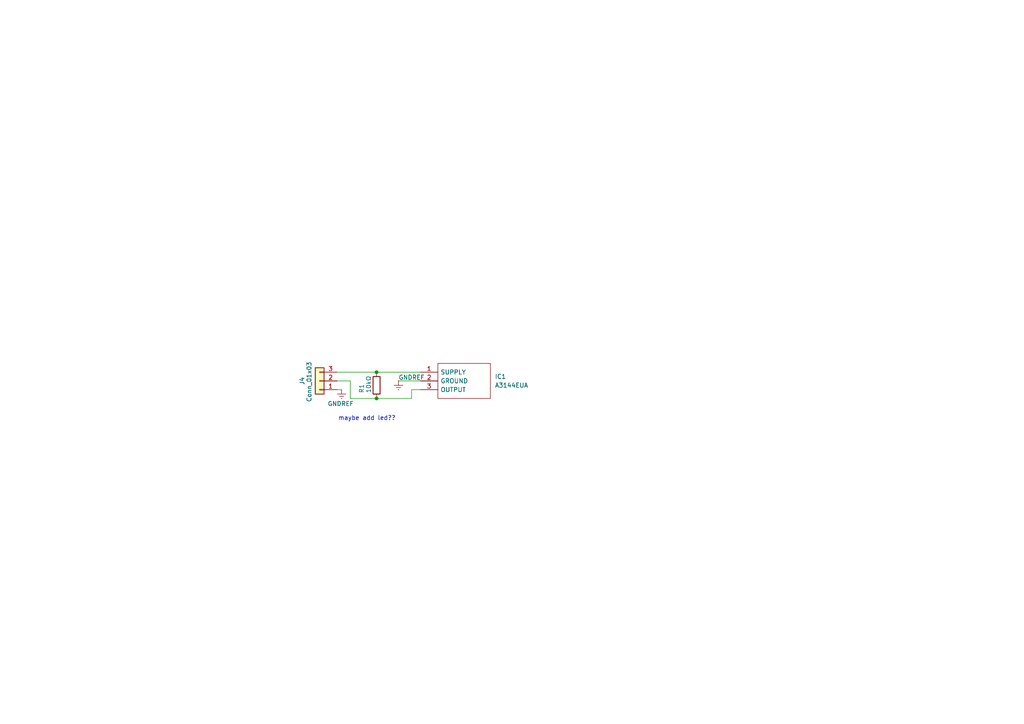
<source format=kicad_sch>
(kicad_sch
	(version 20231120)
	(generator "eeschema")
	(generator_version "8.0")
	(uuid "e30a3db0-7494-49be-89f9-13fc75c95ca4")
	(paper "A4")
	(lib_symbols
		(symbol "A3144EUA:A3144EUA"
			(pin_names
				(offset 0.762)
			)
			(exclude_from_sim no)
			(in_bom yes)
			(on_board yes)
			(property "Reference" "IC"
				(at 21.59 7.62 0)
				(effects
					(font
						(size 1.27 1.27)
					)
					(justify left)
				)
			)
			(property "Value" "A3144EUA"
				(at 21.59 5.08 0)
				(effects
					(font
						(size 1.27 1.27)
					)
					(justify left)
				)
			)
			(property "Footprint" "A3144EUA"
				(at 21.59 2.54 0)
				(effects
					(font
						(size 1.27 1.27)
					)
					(justify left)
					(hide yes)
				)
			)
			(property "Datasheet" "https://pdf1.alldatasheet.com/datasheet-pdf/download/90853/ALLEGRO/A3144EUA.html"
				(at 21.59 0 0)
				(effects
					(font
						(size 1.27 1.27)
					)
					(justify left)
					(hide yes)
				)
			)
			(property "Description" "SENSITIVE HALL-EFFECT SWITCHES FOR HIGH-TEMPERATURE OPERATION"
				(at 21.59 -2.54 0)
				(effects
					(font
						(size 1.27 1.27)
					)
					(justify left)
					(hide yes)
				)
			)
			(property "Height" "5.26"
				(at 21.59 -5.08 0)
				(effects
					(font
						(size 1.27 1.27)
					)
					(justify left)
					(hide yes)
				)
			)
			(property "Manufacturer_Name" "Allegro Microsystems"
				(at 21.59 -7.62 0)
				(effects
					(font
						(size 1.27 1.27)
					)
					(justify left)
					(hide yes)
				)
			)
			(property "Manufacturer_Part_Number" "A3144EUA"
				(at 21.59 -10.16 0)
				(effects
					(font
						(size 1.27 1.27)
					)
					(justify left)
					(hide yes)
				)
			)
			(property "Mouser Part Number" ""
				(at 21.59 -12.7 0)
				(effects
					(font
						(size 1.27 1.27)
					)
					(justify left)
					(hide yes)
				)
			)
			(property "Mouser Price/Stock" ""
				(at 21.59 -15.24 0)
				(effects
					(font
						(size 1.27 1.27)
					)
					(justify left)
					(hide yes)
				)
			)
			(property "Arrow Part Number" ""
				(at 21.59 -17.78 0)
				(effects
					(font
						(size 1.27 1.27)
					)
					(justify left)
					(hide yes)
				)
			)
			(property "Arrow Price/Stock" ""
				(at 21.59 -20.32 0)
				(effects
					(font
						(size 1.27 1.27)
					)
					(justify left)
					(hide yes)
				)
			)
			(symbol "A3144EUA_0_0"
				(pin passive line
					(at 0 0 0)
					(length 5.08)
					(name "SUPPLY"
						(effects
							(font
								(size 1.27 1.27)
							)
						)
					)
					(number "1"
						(effects
							(font
								(size 1.27 1.27)
							)
						)
					)
				)
				(pin passive line
					(at 0 -2.54 0)
					(length 5.08)
					(name "GROUND"
						(effects
							(font
								(size 1.27 1.27)
							)
						)
					)
					(number "2"
						(effects
							(font
								(size 1.27 1.27)
							)
						)
					)
				)
				(pin passive line
					(at 0 -5.08 0)
					(length 5.08)
					(name "OUTPUT"
						(effects
							(font
								(size 1.27 1.27)
							)
						)
					)
					(number "3"
						(effects
							(font
								(size 1.27 1.27)
							)
						)
					)
				)
			)
			(symbol "A3144EUA_0_1"
				(polyline
					(pts
						(xy 5.08 2.54) (xy 20.32 2.54) (xy 20.32 -7.62) (xy 5.08 -7.62) (xy 5.08 2.54)
					)
					(stroke
						(width 0.1524)
						(type solid)
					)
					(fill
						(type none)
					)
				)
			)
		)
		(symbol "Connector_Generic:Conn_01x03"
			(pin_names
				(offset 1.016) hide)
			(exclude_from_sim no)
			(in_bom yes)
			(on_board yes)
			(property "Reference" "J"
				(at 0 5.08 0)
				(effects
					(font
						(size 1.27 1.27)
					)
				)
			)
			(property "Value" "Conn_01x03"
				(at 0 -5.08 0)
				(effects
					(font
						(size 1.27 1.27)
					)
				)
			)
			(property "Footprint" ""
				(at 0 0 0)
				(effects
					(font
						(size 1.27 1.27)
					)
					(hide yes)
				)
			)
			(property "Datasheet" "~"
				(at 0 0 0)
				(effects
					(font
						(size 1.27 1.27)
					)
					(hide yes)
				)
			)
			(property "Description" "Generic connector, single row, 01x03, script generated (kicad-library-utils/schlib/autogen/connector/)"
				(at 0 0 0)
				(effects
					(font
						(size 1.27 1.27)
					)
					(hide yes)
				)
			)
			(property "ki_keywords" "connector"
				(at 0 0 0)
				(effects
					(font
						(size 1.27 1.27)
					)
					(hide yes)
				)
			)
			(property "ki_fp_filters" "Connector*:*_1x??_*"
				(at 0 0 0)
				(effects
					(font
						(size 1.27 1.27)
					)
					(hide yes)
				)
			)
			(symbol "Conn_01x03_1_1"
				(rectangle
					(start -1.27 -2.413)
					(end 0 -2.667)
					(stroke
						(width 0.1524)
						(type default)
					)
					(fill
						(type none)
					)
				)
				(rectangle
					(start -1.27 0.127)
					(end 0 -0.127)
					(stroke
						(width 0.1524)
						(type default)
					)
					(fill
						(type none)
					)
				)
				(rectangle
					(start -1.27 2.667)
					(end 0 2.413)
					(stroke
						(width 0.1524)
						(type default)
					)
					(fill
						(type none)
					)
				)
				(rectangle
					(start -1.27 3.81)
					(end 1.27 -3.81)
					(stroke
						(width 0.254)
						(type default)
					)
					(fill
						(type background)
					)
				)
				(pin passive line
					(at -5.08 2.54 0)
					(length 3.81)
					(name "Pin_1"
						(effects
							(font
								(size 1.27 1.27)
							)
						)
					)
					(number "1"
						(effects
							(font
								(size 1.27 1.27)
							)
						)
					)
				)
				(pin passive line
					(at -5.08 0 0)
					(length 3.81)
					(name "Pin_2"
						(effects
							(font
								(size 1.27 1.27)
							)
						)
					)
					(number "2"
						(effects
							(font
								(size 1.27 1.27)
							)
						)
					)
				)
				(pin passive line
					(at -5.08 -2.54 0)
					(length 3.81)
					(name "Pin_3"
						(effects
							(font
								(size 1.27 1.27)
							)
						)
					)
					(number "3"
						(effects
							(font
								(size 1.27 1.27)
							)
						)
					)
				)
			)
		)
		(symbol "Device:R"
			(pin_numbers hide)
			(pin_names
				(offset 0)
			)
			(exclude_from_sim no)
			(in_bom yes)
			(on_board yes)
			(property "Reference" "R"
				(at 2.032 0 90)
				(effects
					(font
						(size 1.27 1.27)
					)
				)
			)
			(property "Value" "R"
				(at 0 0 90)
				(effects
					(font
						(size 1.27 1.27)
					)
				)
			)
			(property "Footprint" ""
				(at -1.778 0 90)
				(effects
					(font
						(size 1.27 1.27)
					)
					(hide yes)
				)
			)
			(property "Datasheet" "~"
				(at 0 0 0)
				(effects
					(font
						(size 1.27 1.27)
					)
					(hide yes)
				)
			)
			(property "Description" "Resistor"
				(at 0 0 0)
				(effects
					(font
						(size 1.27 1.27)
					)
					(hide yes)
				)
			)
			(property "ki_keywords" "R res resistor"
				(at 0 0 0)
				(effects
					(font
						(size 1.27 1.27)
					)
					(hide yes)
				)
			)
			(property "ki_fp_filters" "R_*"
				(at 0 0 0)
				(effects
					(font
						(size 1.27 1.27)
					)
					(hide yes)
				)
			)
			(symbol "R_0_1"
				(rectangle
					(start -1.016 -2.54)
					(end 1.016 2.54)
					(stroke
						(width 0.254)
						(type default)
					)
					(fill
						(type none)
					)
				)
			)
			(symbol "R_1_1"
				(pin passive line
					(at 0 3.81 270)
					(length 1.27)
					(name "~"
						(effects
							(font
								(size 1.27 1.27)
							)
						)
					)
					(number "1"
						(effects
							(font
								(size 1.27 1.27)
							)
						)
					)
				)
				(pin passive line
					(at 0 -3.81 90)
					(length 1.27)
					(name "~"
						(effects
							(font
								(size 1.27 1.27)
							)
						)
					)
					(number "2"
						(effects
							(font
								(size 1.27 1.27)
							)
						)
					)
				)
			)
		)
		(symbol "power:GNDREF"
			(power)
			(pin_numbers hide)
			(pin_names
				(offset 0) hide)
			(exclude_from_sim no)
			(in_bom yes)
			(on_board yes)
			(property "Reference" "#PWR"
				(at 0 -6.35 0)
				(effects
					(font
						(size 1.27 1.27)
					)
					(hide yes)
				)
			)
			(property "Value" "GNDREF"
				(at 0 -3.81 0)
				(effects
					(font
						(size 1.27 1.27)
					)
				)
			)
			(property "Footprint" ""
				(at 0 0 0)
				(effects
					(font
						(size 1.27 1.27)
					)
					(hide yes)
				)
			)
			(property "Datasheet" ""
				(at 0 0 0)
				(effects
					(font
						(size 1.27 1.27)
					)
					(hide yes)
				)
			)
			(property "Description" "Power symbol creates a global label with name \"GNDREF\" , reference supply ground"
				(at 0 0 0)
				(effects
					(font
						(size 1.27 1.27)
					)
					(hide yes)
				)
			)
			(property "ki_keywords" "global power"
				(at 0 0 0)
				(effects
					(font
						(size 1.27 1.27)
					)
					(hide yes)
				)
			)
			(symbol "GNDREF_0_1"
				(polyline
					(pts
						(xy -0.635 -1.905) (xy 0.635 -1.905)
					)
					(stroke
						(width 0)
						(type default)
					)
					(fill
						(type none)
					)
				)
				(polyline
					(pts
						(xy -0.127 -2.54) (xy 0.127 -2.54)
					)
					(stroke
						(width 0)
						(type default)
					)
					(fill
						(type none)
					)
				)
				(polyline
					(pts
						(xy 0 -1.27) (xy 0 0)
					)
					(stroke
						(width 0)
						(type default)
					)
					(fill
						(type none)
					)
				)
				(polyline
					(pts
						(xy 1.27 -1.27) (xy -1.27 -1.27)
					)
					(stroke
						(width 0)
						(type default)
					)
					(fill
						(type none)
					)
				)
			)
			(symbol "GNDREF_1_1"
				(pin power_in line
					(at 0 0 270)
					(length 0)
					(name "~"
						(effects
							(font
								(size 1.27 1.27)
							)
						)
					)
					(number "1"
						(effects
							(font
								(size 1.27 1.27)
							)
						)
					)
				)
			)
		)
	)
	(junction
		(at 109.22 107.95)
		(diameter 0)
		(color 0 0 0 0)
		(uuid "367c786b-6a7f-4f57-aa46-8764ee6ddc2a")
	)
	(junction
		(at 109.22 115.57)
		(diameter 0)
		(color 0 0 0 0)
		(uuid "93a9e948-fcaa-4c40-a914-050c9c9d75b4")
	)
	(wire
		(pts
			(xy 101.6 115.57) (xy 109.22 115.57)
		)
		(stroke
			(width 0)
			(type default)
		)
		(uuid "2572e8f8-08bd-4027-a3fd-3391e0386cfa")
	)
	(wire
		(pts
			(xy 97.79 110.49) (xy 101.6 110.49)
		)
		(stroke
			(width 0)
			(type default)
		)
		(uuid "452f9464-1624-4d0f-83f8-1eeae8f010aa")
	)
	(wire
		(pts
			(xy 119.38 113.03) (xy 121.92 113.03)
		)
		(stroke
			(width 0)
			(type default)
		)
		(uuid "4ede484e-1c58-461f-8e93-9066647993c2")
	)
	(wire
		(pts
			(xy 99.06 113.03) (xy 97.79 113.03)
		)
		(stroke
			(width 0)
			(type default)
		)
		(uuid "573c3b44-36e6-4447-88c2-675f350a95a7")
	)
	(wire
		(pts
			(xy 109.22 107.95) (xy 121.92 107.95)
		)
		(stroke
			(width 0)
			(type default)
		)
		(uuid "822b6dfd-e497-4c8c-bbe4-f9a4832aa3d2")
	)
	(wire
		(pts
			(xy 119.38 113.03) (xy 119.38 115.57)
		)
		(stroke
			(width 0)
			(type default)
		)
		(uuid "880a5f4a-e2c1-44d0-b94f-259295bbc36f")
	)
	(wire
		(pts
			(xy 97.79 107.95) (xy 109.22 107.95)
		)
		(stroke
			(width 0)
			(type default)
		)
		(uuid "abc6bc52-90a0-4f7a-8211-6d95a54836b0")
	)
	(wire
		(pts
			(xy 115.57 110.49) (xy 121.92 110.49)
		)
		(stroke
			(width 0)
			(type default)
		)
		(uuid "b3ed092b-eb93-42c3-98a7-0ac1e492e1db")
	)
	(wire
		(pts
			(xy 119.38 115.57) (xy 109.22 115.57)
		)
		(stroke
			(width 0)
			(type default)
		)
		(uuid "c93e9950-4c8e-4150-9a6b-013ac617b397")
	)
	(wire
		(pts
			(xy 101.6 110.49) (xy 101.6 115.57)
		)
		(stroke
			(width 0)
			(type default)
		)
		(uuid "ca6b6b19-2870-491e-b67c-e363f29187cd")
	)
	(text "maybe add led??\n"
		(exclude_from_sim no)
		(at 106.426 121.412 0)
		(effects
			(font
				(size 1.27 1.27)
			)
		)
		(uuid "e90b2c1d-1716-4fa5-ab32-8a75e94e3d9f")
	)
	(symbol
		(lib_id "power:GNDREF")
		(at 115.57 110.49 0)
		(unit 1)
		(exclude_from_sim no)
		(in_bom yes)
		(on_board yes)
		(dnp no)
		(uuid "040ae8a6-5c55-48ba-a8f0-31ed06695d43")
		(property "Reference" "#PWR016"
			(at 115.57 116.84 0)
			(effects
				(font
					(size 1.27 1.27)
				)
				(hide yes)
			)
		)
		(property "Value" "GNDREF"
			(at 119.38 109.474 0)
			(effects
				(font
					(size 1.27 1.27)
				)
			)
		)
		(property "Footprint" ""
			(at 115.57 110.49 0)
			(effects
				(font
					(size 1.27 1.27)
				)
				(hide yes)
			)
		)
		(property "Datasheet" ""
			(at 115.57 110.49 0)
			(effects
				(font
					(size 1.27 1.27)
				)
				(hide yes)
			)
		)
		(property "Description" "Power symbol creates a global label with name \"GNDREF\" , reference supply ground"
			(at 115.57 110.49 0)
			(effects
				(font
					(size 1.27 1.27)
				)
				(hide yes)
			)
		)
		(pin "1"
			(uuid "61309312-e54f-42b9-8c0e-518b66fdfada")
		)
		(instances
			(project "Hall_Effect.V1"
				(path "/e30a3db0-7494-49be-89f9-13fc75c95ca4"
					(reference "#PWR016")
					(unit 1)
				)
			)
		)
	)
	(symbol
		(lib_id "power:GNDREF")
		(at 99.06 113.03 0)
		(unit 1)
		(exclude_from_sim no)
		(in_bom yes)
		(on_board yes)
		(dnp no)
		(uuid "a63a631a-218e-4a0b-b15b-f5c38cae2e20")
		(property "Reference" "#PWR010"
			(at 99.06 119.38 0)
			(effects
				(font
					(size 1.27 1.27)
				)
				(hide yes)
			)
		)
		(property "Value" "GNDREF"
			(at 98.806 117.094 0)
			(effects
				(font
					(size 1.27 1.27)
				)
			)
		)
		(property "Footprint" ""
			(at 99.06 113.03 0)
			(effects
				(font
					(size 1.27 1.27)
				)
				(hide yes)
			)
		)
		(property "Datasheet" ""
			(at 99.06 113.03 0)
			(effects
				(font
					(size 1.27 1.27)
				)
				(hide yes)
			)
		)
		(property "Description" "Power symbol creates a global label with name \"GNDREF\" , reference supply ground"
			(at 99.06 113.03 0)
			(effects
				(font
					(size 1.27 1.27)
				)
				(hide yes)
			)
		)
		(pin "1"
			(uuid "124670c0-2869-4c3b-9545-b22936cf88f9")
		)
		(instances
			(project "Hall_Effect.V1"
				(path "/e30a3db0-7494-49be-89f9-13fc75c95ca4"
					(reference "#PWR010")
					(unit 1)
				)
			)
		)
	)
	(symbol
		(lib_id "Connector_Generic:Conn_01x03")
		(at 92.71 110.49 180)
		(unit 1)
		(exclude_from_sim no)
		(in_bom yes)
		(on_board yes)
		(dnp no)
		(uuid "c2c9e085-e612-4c67-9252-3e76a1508dff")
		(property "Reference" "J4"
			(at 87.63 110.49 90)
			(effects
				(font
					(size 1.27 1.27)
				)
			)
		)
		(property "Value" "Conn_01x03"
			(at 89.662 110.744 90)
			(effects
				(font
					(size 1.27 1.27)
				)
			)
		)
		(property "Footprint" "Connector_JST:JST_XH_B3B-XH-A_1x03_P2.50mm_Vertical"
			(at 92.71 110.49 0)
			(effects
				(font
					(size 1.27 1.27)
				)
				(hide yes)
			)
		)
		(property "Datasheet" "~"
			(at 92.71 110.49 0)
			(effects
				(font
					(size 1.27 1.27)
				)
				(hide yes)
			)
		)
		(property "Description" "Generic connector, single row, 01x03, script generated (kicad-library-utils/schlib/autogen/connector/)"
			(at 92.71 110.49 0)
			(effects
				(font
					(size 1.27 1.27)
				)
				(hide yes)
			)
		)
		(pin "3"
			(uuid "fe7cf14f-8e55-4c89-9f95-26a9e35e6ed4")
		)
		(pin "1"
			(uuid "f89e0d23-09ea-4ed8-a529-d29aaa40a26c")
		)
		(pin "2"
			(uuid "596d28eb-e073-4f38-b3d8-3faaf0749a42")
		)
		(instances
			(project "Hall_Effect.V1"
				(path "/e30a3db0-7494-49be-89f9-13fc75c95ca4"
					(reference "J4")
					(unit 1)
				)
			)
		)
	)
	(symbol
		(lib_id "Device:R")
		(at 109.22 111.76 180)
		(unit 1)
		(exclude_from_sim no)
		(in_bom yes)
		(on_board yes)
		(dnp no)
		(uuid "f4177cdb-5d07-4f6d-8956-c9736ff6f8cf")
		(property "Reference" "R1"
			(at 104.902 114.046 90)
			(effects
				(font
					(size 1.27 1.27)
				)
				(justify right)
			)
		)
		(property "Value" "10kΩ"
			(at 106.934 114.046 90)
			(effects
				(font
					(size 1.27 1.27)
				)
				(justify right)
			)
		)
		(property "Footprint" "Resistor_THT:R_Axial_DIN0207_L6.3mm_D2.5mm_P10.16mm_Horizontal"
			(at 110.998 111.76 90)
			(effects
				(font
					(size 1.27 1.27)
				)
				(hide yes)
			)
		)
		(property "Datasheet" "~"
			(at 109.22 111.76 0)
			(effects
				(font
					(size 1.27 1.27)
				)
				(hide yes)
			)
		)
		(property "Description" "Resistor"
			(at 109.22 111.76 0)
			(effects
				(font
					(size 1.27 1.27)
				)
				(hide yes)
			)
		)
		(pin "2"
			(uuid "faf4c89d-b791-440b-8a86-0dfdb6fdf832")
		)
		(pin "1"
			(uuid "ee17cf99-f474-4aa1-946b-a912f6b2b0cf")
		)
		(instances
			(project "Hall_Effect.V1"
				(path "/e30a3db0-7494-49be-89f9-13fc75c95ca4"
					(reference "R1")
					(unit 1)
				)
			)
		)
	)
	(symbol
		(lib_id "A3144EUA:A3144EUA")
		(at 121.92 107.95 0)
		(unit 1)
		(exclude_from_sim no)
		(in_bom yes)
		(on_board yes)
		(dnp no)
		(fields_autoplaced yes)
		(uuid "fdc752e7-3432-4897-bafa-ffa2730088ed")
		(property "Reference" "IC1"
			(at 143.51 109.2199 0)
			(effects
				(font
					(size 1.27 1.27)
				)
				(justify left)
			)
		)
		(property "Value" "A3144EUA"
			(at 143.51 111.7599 0)
			(effects
				(font
					(size 1.27 1.27)
				)
				(justify left)
			)
		)
		(property "Footprint" "Connector_PinHeader_1.27mm:PinHeader_1x03_P1.27mm_Vertical"
			(at 143.51 105.41 0)
			(effects
				(font
					(size 1.27 1.27)
				)
				(justify left)
				(hide yes)
			)
		)
		(property "Datasheet" "https://pdf1.alldatasheet.com/datasheet-pdf/download/90853/ALLEGRO/A3144EUA.html"
			(at 143.51 107.95 0)
			(effects
				(font
					(size 1.27 1.27)
				)
				(justify left)
				(hide yes)
			)
		)
		(property "Description" "SENSITIVE HALL-EFFECT SWITCHES FOR HIGH-TEMPERATURE OPERATION"
			(at 143.51 110.49 0)
			(effects
				(font
					(size 1.27 1.27)
				)
				(justify left)
				(hide yes)
			)
		)
		(property "Height" "5.26"
			(at 143.51 113.03 0)
			(effects
				(font
					(size 1.27 1.27)
				)
				(justify left)
				(hide yes)
			)
		)
		(property "Manufacturer_Name" "Allegro Microsystems"
			(at 143.51 115.57 0)
			(effects
				(font
					(size 1.27 1.27)
				)
				(justify left)
				(hide yes)
			)
		)
		(property "Manufacturer_Part_Number" "A3144EUA"
			(at 143.51 118.11 0)
			(effects
				(font
					(size 1.27 1.27)
				)
				(justify left)
				(hide yes)
			)
		)
		(property "Mouser Part Number" ""
			(at 143.51 120.65 0)
			(effects
				(font
					(size 1.27 1.27)
				)
				(justify left)
				(hide yes)
			)
		)
		(property "Mouser Price/Stock" ""
			(at 143.51 123.19 0)
			(effects
				(font
					(size 1.27 1.27)
				)
				(justify left)
				(hide yes)
			)
		)
		(property "Arrow Part Number" ""
			(at 143.51 125.73 0)
			(effects
				(font
					(size 1.27 1.27)
				)
				(justify left)
				(hide yes)
			)
		)
		(property "Arrow Price/Stock" ""
			(at 143.51 128.27 0)
			(effects
				(font
					(size 1.27 1.27)
				)
				(justify left)
				(hide yes)
			)
		)
		(pin "2"
			(uuid "219f6fd1-e5f0-4587-a195-235047b2e841")
		)
		(pin "3"
			(uuid "82ca2228-7547-4d42-9864-5f1a9dc13733")
		)
		(pin "1"
			(uuid "752176ba-2dd3-425d-a384-24cbef3cc561")
		)
		(instances
			(project "Hall_Effect.V1"
				(path "/e30a3db0-7494-49be-89f9-13fc75c95ca4"
					(reference "IC1")
					(unit 1)
				)
			)
		)
	)
	(sheet_instances
		(path "/"
			(page "1")
		)
	)
)
</source>
